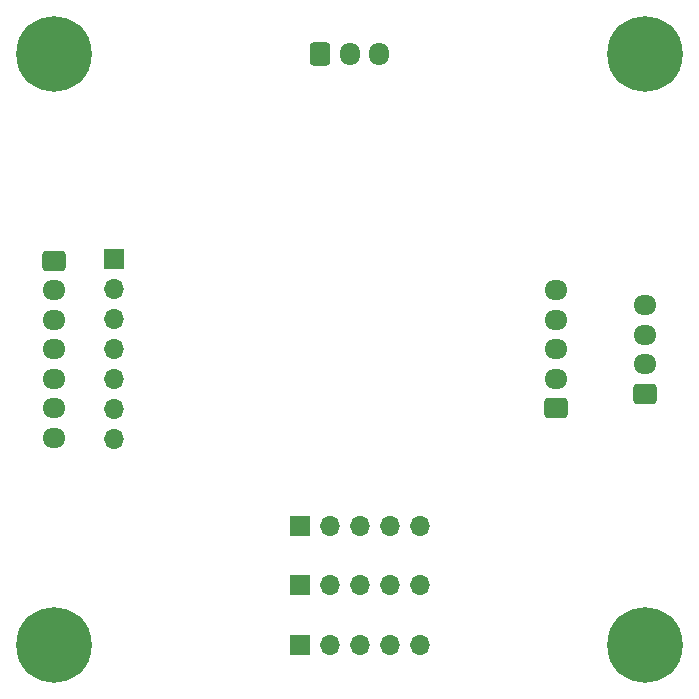
<source format=gbr>
%TF.GenerationSoftware,KiCad,Pcbnew,6.0.11-2627ca5db0~126~ubuntu22.04.1*%
%TF.CreationDate,2023-02-06T22:18:29+01:00*%
%TF.ProjectId,Stepper_Driver_TMC2225-SA-T,53746570-7065-4725-9f44-72697665725f,rev?*%
%TF.SameCoordinates,Original*%
%TF.FileFunction,Soldermask,Bot*%
%TF.FilePolarity,Negative*%
%FSLAX46Y46*%
G04 Gerber Fmt 4.6, Leading zero omitted, Abs format (unit mm)*
G04 Created by KiCad (PCBNEW 6.0.11-2627ca5db0~126~ubuntu22.04.1) date 2023-02-06 22:18:29*
%MOMM*%
%LPD*%
G01*
G04 APERTURE LIST*
G04 Aperture macros list*
%AMRoundRect*
0 Rectangle with rounded corners*
0 $1 Rounding radius*
0 $2 $3 $4 $5 $6 $7 $8 $9 X,Y pos of 4 corners*
0 Add a 4 corners polygon primitive as box body*
4,1,4,$2,$3,$4,$5,$6,$7,$8,$9,$2,$3,0*
0 Add four circle primitives for the rounded corners*
1,1,$1+$1,$2,$3*
1,1,$1+$1,$4,$5*
1,1,$1+$1,$6,$7*
1,1,$1+$1,$8,$9*
0 Add four rect primitives between the rounded corners*
20,1,$1+$1,$2,$3,$4,$5,0*
20,1,$1+$1,$4,$5,$6,$7,0*
20,1,$1+$1,$6,$7,$8,$9,0*
20,1,$1+$1,$8,$9,$2,$3,0*%
G04 Aperture macros list end*
%ADD10C,0.800000*%
%ADD11C,6.400000*%
%ADD12R,1.700000X1.700000*%
%ADD13O,1.700000X1.700000*%
%ADD14RoundRect,0.250000X-0.725000X0.600000X-0.725000X-0.600000X0.725000X-0.600000X0.725000X0.600000X0*%
%ADD15O,1.950000X1.700000*%
%ADD16RoundRect,0.250000X0.725000X-0.600000X0.725000X0.600000X-0.725000X0.600000X-0.725000X-0.600000X0*%
%ADD17RoundRect,0.250000X-0.600000X-0.725000X0.600000X-0.725000X0.600000X0.725000X-0.600000X0.725000X0*%
%ADD18O,1.700000X1.950000*%
G04 APERTURE END LIST*
D10*
%TO.C,H3*%
X80000000Y-77600000D03*
X78302944Y-78302944D03*
X81697056Y-78302944D03*
X81697056Y-81697056D03*
X80000000Y-82400000D03*
D11*
X80000000Y-80000000D03*
D10*
X77600000Y-80000000D03*
X78302944Y-81697056D03*
X82400000Y-80000000D03*
%TD*%
D12*
%TO.C,J3*%
X35000000Y-47380000D03*
D13*
X35000000Y-49920000D03*
X35000000Y-52460000D03*
X35000000Y-55000000D03*
X35000000Y-57540000D03*
X35000000Y-60080000D03*
X35000000Y-62620000D03*
%TD*%
D12*
%TO.C,J6*%
X50800000Y-75000000D03*
D13*
X53340000Y-75000000D03*
X55880000Y-75000000D03*
X58420000Y-75000000D03*
X60960000Y-75000000D03*
%TD*%
D10*
%TO.C,H2*%
X77600000Y-30000000D03*
X82400000Y-30000000D03*
X78302944Y-31697056D03*
X81697056Y-28302944D03*
X78302944Y-28302944D03*
X81697056Y-31697056D03*
X80000000Y-27600000D03*
D11*
X80000000Y-30000000D03*
D10*
X80000000Y-32400000D03*
%TD*%
D12*
%TO.C,J4*%
X50800000Y-80000000D03*
D13*
X53340000Y-80000000D03*
X55880000Y-80000000D03*
X58420000Y-80000000D03*
X60960000Y-80000000D03*
%TD*%
D12*
%TO.C,J5*%
X50800000Y-70000000D03*
D13*
X53340000Y-70000000D03*
X55880000Y-70000000D03*
X58420000Y-70000000D03*
X60960000Y-70000000D03*
%TD*%
D10*
%TO.C,H4*%
X28302944Y-81697056D03*
X27600000Y-80000000D03*
X30000000Y-77600000D03*
D11*
X30000000Y-80000000D03*
D10*
X31697056Y-78302944D03*
X30000000Y-82400000D03*
X28302944Y-78302944D03*
X32400000Y-80000000D03*
X31697056Y-81697056D03*
%TD*%
D14*
%TO.C,J2*%
X30000000Y-47500000D03*
D15*
X30000000Y-50000000D03*
X30000000Y-52500000D03*
X30000000Y-55000000D03*
X30000000Y-57500000D03*
X30000000Y-60000000D03*
X30000000Y-62500000D03*
%TD*%
D16*
%TO.C,J8*%
X72500000Y-60000000D03*
D15*
X72500000Y-57500000D03*
X72500000Y-55000000D03*
X72500000Y-52500000D03*
X72500000Y-50000000D03*
%TD*%
D16*
%TO.C,J7*%
X80000000Y-58750000D03*
D15*
X80000000Y-56250000D03*
X80000000Y-53750000D03*
X80000000Y-51250000D03*
%TD*%
D17*
%TO.C,J1*%
X52500000Y-30000000D03*
D18*
X55000000Y-30000000D03*
X57500000Y-30000000D03*
%TD*%
D10*
%TO.C,H1*%
X28302944Y-28302944D03*
X28302944Y-31697056D03*
X31697056Y-28302944D03*
X30000000Y-27600000D03*
X32400000Y-30000000D03*
X31697056Y-31697056D03*
D11*
X30000000Y-30000000D03*
D10*
X30000000Y-32400000D03*
X27600000Y-30000000D03*
%TD*%
M02*

</source>
